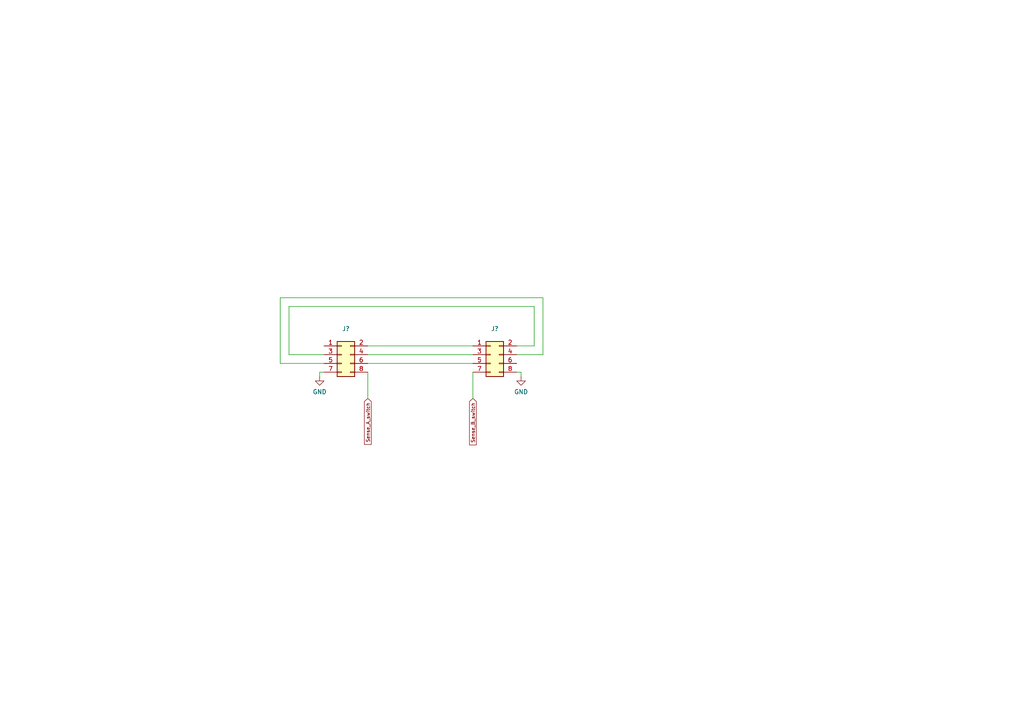
<source format=kicad_sch>
(kicad_sch (version 20211123) (generator eeschema)
  (paper "A4")
  (lib_symbols
    (symbol "Connector_Generic:Conn_02x04_Odd_Even" (pin_names (offset 1.016) hide)
      (property "Reference" "J" (at 1.27 5.08 0))
      (property "Value" "Conn_02x04_Odd_Even" (at 1.27 -7.62 0))
      (symbol "Conn_02x04_Odd_Even_1_1"
        (rectangle (start -1.27 -4.953) (end 0 -5.207) (stroke (width 0.1524)))
        (rectangle (start -1.27 -2.413) (end 0 -2.667) (stroke (width 0.1524)))
        (rectangle (start -1.27 0.127) (end 0 -0.127) (stroke (width 0.1524)))
        (rectangle (start -1.27 2.667) (end 0 2.413) (stroke (width 0.1524)))
        (rectangle (start -1.27 3.81) (end 3.81 -6.35) (stroke (width 0.254)) (fill (type background)))
        (rectangle (start 3.81 -4.953) (end 2.54 -5.207) (stroke (width 0.1524)))
        (rectangle (start 3.81 -2.413) (end 2.54 -2.667) (stroke (width 0.1524)))
        (rectangle (start 3.81 0.127) (end 2.54 -0.127) (stroke (width 0.1524)))
        (rectangle (start 3.81 2.667) (end 2.54 2.413) (stroke (width 0.1524)))
        (pin passive line (at -5.08 2.54 0) (length 3.81) (name "Pin_1") (number "1"))
        (pin passive line (at 7.62 2.54 180) (length 3.81) (name "Pin_2") (number "2"))
        (pin passive line (at -5.08 0 0) (length 3.81) (name "Pin_3") (number "3"))
        (pin passive line (at 7.62 0 180) (length 3.81) (name "Pin_4") (number "4"))
        (pin passive line (at -5.08 -2.54 0) (length 3.81) (name "Pin_5") (number "5"))
        (pin passive line (at 7.62 -2.54 180) (length 3.81) (name "Pin_6") (number "6"))
        (pin passive line (at -5.08 -5.08 0) (length 3.81) (name "Pin_7") (number "7"))
        (pin passive line (at 7.62 -5.08 180) (length 3.81) (name "Pin_8") (number "8"))
      )
    )
    (symbol "power:GND" (power) (pin_names (offset 0))
      (property "Value" "GND" (at 0 -3.81 0))
      (symbol "GND_0_1"
        (polyline (pts (xy 0 0) (xy 0 -1.27) (xy 1.27 -1.27) (xy 0 -2.54) (xy -1.27 -1.27) (xy 0 -1.27)))
      )
      (symbol "GND_1_1"
        (pin power_in line (at 0 0 270) (length 0) hide (name "GND") (number "1"))
      )
    )
  )
  (wire (pts (xy 154.94 88.9) (xy 154.94 100.33)))
  (wire (pts (xy 81.28 105.41) (xy 81.28 86.36)))
  (wire (pts (xy 92.71 107.95) (xy 93.98 107.95)))
  (wire (pts (xy 154.94 100.33) (xy 149.86 100.33)))
  (wire (pts (xy 81.28 86.36) (xy 157.48 86.36)))
  (wire (pts (xy 93.98 105.41) (xy 81.28 105.41)))
  (wire (pts (xy 137.16 105.41) (xy 106.68 105.41)))
  (wire (pts (xy 106.68 100.33) (xy 137.16 100.33)))
  (wire (pts (xy 137.16 107.95) (xy 137.16 115.57)))
  (wire (pts (xy 83.82 102.87) (xy 83.82 88.9)))
  (wire (pts (xy 151.13 109.22) (xy 151.13 107.95)))
  (wire (pts (xy 157.48 86.36) (xy 157.48 102.87)))
  (wire (pts (xy 151.13 107.95) (xy 149.86 107.95)))
  (wire (pts (xy 157.48 102.87) (xy 149.86 102.87)))
  (wire (pts (xy 83.82 88.9) (xy 154.94 88.9)))
  (wire (pts (xy 92.71 109.22) (xy 92.71 107.95)))
  (wire (pts (xy 106.68 107.95) (xy 106.68 115.57)))
  (wire (pts (xy 106.68 102.87) (xy 137.16 102.87)))
  (wire (pts (xy 93.98 102.87) (xy 83.82 102.87)))
  (global_label "Sense_A_switch" (shape input) (at 106.68 115.57 270) (effects (font (size 1 1))) (property "Intersheet References" "${INTERSHEET_REFS}" (effects hide)))
  (global_label "Sense_B_switch" (shape input) (at 137.16 115.57 270) (effects (font (size 1 1))) (property "Intersheet References" "${INTERSHEET_REFS}" (effects hide)))
  (symbol (lib_id "Connector_Generic:Conn_02x04_Odd_Even") (at 142.24 102.87 0) (unit 1)
    (property "Reference" "J?" (at 143.51 95.3602 0))
  )
  (symbol (lib_id "Connector_Generic:Conn_02x04_Odd_Even") (at 99.06 102.87 0) (unit 1)
    (property "Reference" "J?" (at 100.33 95.3602 0))
  )
  (symbol (lib_id "power:GND") (at 151.13 109.22 0) (unit 1)
    (property "Reference" "#PWR?" (effects hide))
  )
  (symbol (lib_id "power:GND") (at 92.71 109.22 0) (unit 1)
    (property "Reference" "#PWR?" (effects hide))
    (property "Value" "GND" (at 92.71 113.6634 0))
  )
)
</source>
